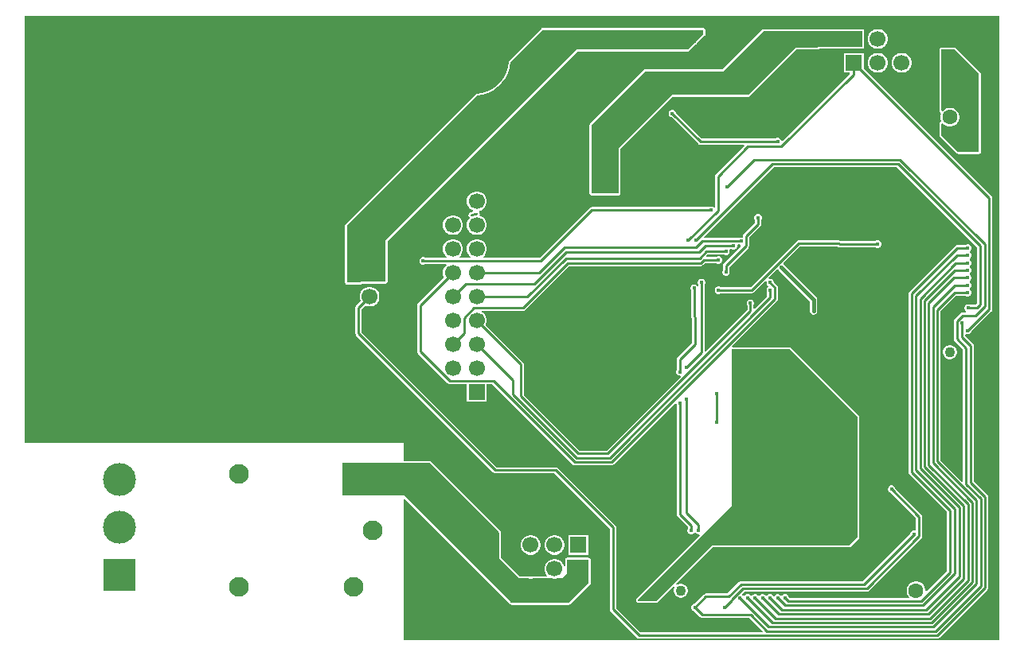
<source format=gbl>
G04*
G04 #@! TF.GenerationSoftware,Altium Limited,Altium Designer,22.0.2 (36)*
G04*
G04 Layer_Physical_Order=2*
G04 Layer_Color=16711680*
%FSLAX44Y44*%
%MOMM*%
G71*
G04*
G04 #@! TF.SameCoordinates,4B74FB3E-7ACF-458F-97AA-83F66C2CEB99*
G04*
G04*
G04 #@! TF.FilePolarity,Positive*
G04*
G01*
G75*
%ADD12C,0.4000*%
%ADD15C,0.2540*%
%ADD77C,0.8000*%
%ADD79C,7.4000*%
%ADD80R,1.7000X1.7000*%
%ADD81C,1.7000*%
%ADD82R,2.1000X2.1000*%
G04:AMPARAMS|DCode=83|XSize=2mm|YSize=1.2mm|CornerRadius=0.36mm|HoleSize=0mm|Usage=FLASHONLY|Rotation=270.000|XOffset=0mm|YOffset=0mm|HoleType=Round|Shape=RoundedRectangle|*
%AMROUNDEDRECTD83*
21,1,2.0000,0.4800,0,0,270.0*
21,1,1.2800,1.2000,0,0,270.0*
1,1,0.7200,-0.2400,-0.6400*
1,1,0.7200,-0.2400,0.6400*
1,1,0.7200,0.2400,0.6400*
1,1,0.7200,0.2400,-0.6400*
%
%ADD83ROUNDEDRECTD83*%
%ADD84C,1.1000*%
%ADD85C,1.6000*%
%ADD86R,3.5000X3.5000*%
%ADD87C,3.5000*%
%ADD88C,2.1000*%
%ADD89R,1.7000X1.7000*%
%ADD90C,0.4000*%
G36*
X507000Y116000D02*
Y88000D01*
X528000Y67000D01*
X537760D01*
X538818Y66717D01*
X541582D01*
X542640Y67000D01*
X563160D01*
X564218Y66717D01*
X566982D01*
X568040Y67000D01*
X574000D01*
X579000Y72000D01*
Y87000D01*
X602000D01*
Y62000D01*
X581000Y41000D01*
X520000D01*
X406000Y155000D01*
X340000D01*
Y190000D01*
X433000D01*
X507000Y116000D01*
D02*
G37*
G36*
X1039000Y1000D02*
X405000D01*
Y151320D01*
X406270Y151846D01*
X518558Y39558D01*
X519220Y39116D01*
X520000Y38961D01*
X581000D01*
X581000Y38961D01*
X581780Y39116D01*
X582442Y39558D01*
X582442Y39558D01*
X603442Y60558D01*
X603884Y61220D01*
X604039Y62000D01*
Y87000D01*
X603884Y87780D01*
X603442Y88442D01*
X602780Y88884D01*
X602000Y89039D01*
X579000D01*
X578220Y88884D01*
X577558Y88442D01*
X577116Y87780D01*
X576961Y87000D01*
Y80293D01*
X575691Y80126D01*
X575384Y81270D01*
X574002Y83664D01*
X572047Y85619D01*
X569653Y87001D01*
X566982Y87717D01*
X564218D01*
X561547Y87001D01*
X559153Y85619D01*
X557198Y83664D01*
X555816Y81270D01*
X555100Y78599D01*
Y75834D01*
X555816Y73164D01*
X557198Y70770D01*
X557755Y70212D01*
X557269Y69039D01*
X542640D01*
X542378Y68987D01*
X542112Y68970D01*
X541606Y68834D01*
X538794D01*
X538288Y68970D01*
X538022Y68987D01*
X537760Y69039D01*
X528845D01*
X509039Y88845D01*
Y116000D01*
X508884Y116780D01*
X508442Y117442D01*
X434442Y191442D01*
X433780Y191884D01*
X433000Y192039D01*
X405000D01*
Y211000D01*
X2000D01*
Y666000D01*
X1039000D01*
Y1000D01*
D02*
G37*
%LPC*%
G36*
X885382Y651900D02*
X882618D01*
X882471Y651861D01*
X787822D01*
X787822Y651861D01*
X787041Y651706D01*
X786380Y651264D01*
X786380Y651264D01*
X744155Y609039D01*
X662000D01*
X662000Y609039D01*
X661220Y608884D01*
X660558Y608442D01*
X660558Y608442D01*
X603558Y551442D01*
X603116Y550780D01*
X602961Y550000D01*
Y477000D01*
X603116Y476220D01*
X603558Y475558D01*
X604220Y475116D01*
X605000Y474961D01*
X634000D01*
X634780Y475116D01*
X635442Y475558D01*
X635884Y476220D01*
X636039Y477000D01*
Y524155D01*
X691845Y579961D01*
X772000D01*
X772780Y580116D01*
X773442Y580558D01*
X822845Y629961D01*
X844340D01*
X844537Y630000D01*
X844737D01*
X844923Y630077D01*
X845120Y630116D01*
X845287Y630228D01*
X845473Y630304D01*
X846135Y630747D01*
X847101Y630939D01*
X882471D01*
X882618Y630900D01*
X885382D01*
X885528Y630939D01*
X893000D01*
X893780Y631094D01*
X894442Y631536D01*
X894884Y632198D01*
X895039Y632978D01*
Y649822D01*
X894884Y650602D01*
X894442Y651264D01*
X893780Y651706D01*
X893000Y651861D01*
X885528D01*
X885382Y651900D01*
D02*
G37*
G36*
X910782D02*
X908018D01*
X905347Y651184D01*
X902953Y649802D01*
X900998Y647847D01*
X899615Y645453D01*
X898900Y642782D01*
Y640018D01*
X899615Y637347D01*
X900998Y634953D01*
X902953Y632998D01*
X905347Y631616D01*
X908018Y630900D01*
X910782D01*
X913453Y631616D01*
X915847Y632998D01*
X917802Y634953D01*
X919184Y637347D01*
X919900Y640018D01*
Y642782D01*
X919184Y645453D01*
X917802Y647847D01*
X915847Y649802D01*
X913453Y651184D01*
X910782Y651900D01*
D02*
G37*
G36*
X724000Y653039D02*
X553000D01*
X552220Y652884D01*
X551558Y652442D01*
X551558Y652442D01*
X517558Y618442D01*
X517116Y617780D01*
X517039Y617394D01*
X516986Y617250D01*
X516051Y611345D01*
X514253Y605812D01*
X511612Y600628D01*
X508192Y595922D01*
X504078Y591808D01*
X499372Y588388D01*
X494188Y585747D01*
X488655Y583949D01*
X482750Y583014D01*
X482606Y582961D01*
X482220Y582884D01*
X481558Y582442D01*
X481558Y582442D01*
X343558Y444442D01*
X343116Y443780D01*
X342961Y443000D01*
Y382000D01*
X343116Y381220D01*
X343558Y380558D01*
X344220Y380116D01*
X345000Y379961D01*
X359000D01*
X359000Y379961D01*
X359780Y380116D01*
X360442Y380558D01*
X360442Y380558D01*
X360845Y380961D01*
X386000D01*
X386780Y381116D01*
X387442Y381558D01*
X387884Y382220D01*
X388039Y383000D01*
Y426155D01*
X589845Y627961D01*
X707404D01*
X707404Y627961D01*
X708184Y628116D01*
X708846Y628558D01*
X716087Y635799D01*
X716755Y636245D01*
X717201Y636913D01*
X725442Y645154D01*
X725884Y645816D01*
X726039Y646596D01*
Y651000D01*
X725884Y651780D01*
X725442Y652442D01*
X724780Y652884D01*
X724000Y653039D01*
D02*
G37*
G36*
X936182Y626500D02*
X933418D01*
X930747Y625784D01*
X928353Y624402D01*
X926398Y622447D01*
X925015Y620053D01*
X924300Y617382D01*
Y614618D01*
X925015Y611947D01*
X926398Y609553D01*
X928353Y607598D01*
X930747Y606216D01*
X933418Y605500D01*
X936182D01*
X938853Y606216D01*
X941247Y607598D01*
X943202Y609553D01*
X944584Y611947D01*
X945300Y614618D01*
Y617382D01*
X944584Y620053D01*
X943202Y622447D01*
X941247Y624402D01*
X938853Y625784D01*
X936182Y626500D01*
D02*
G37*
G36*
X910782D02*
X908018D01*
X905347Y625784D01*
X902953Y624402D01*
X900998Y622447D01*
X899615Y620053D01*
X898900Y617382D01*
Y614618D01*
X899615Y611947D01*
X900998Y609553D01*
X902953Y607598D01*
X905347Y606216D01*
X908018Y605500D01*
X910782D01*
X913453Y606216D01*
X915847Y607598D01*
X917802Y609553D01*
X919184Y611947D01*
X919900Y614618D01*
Y617382D01*
X919184Y620053D01*
X917802Y622447D01*
X915847Y624402D01*
X913453Y625784D01*
X910782Y626500D01*
D02*
G37*
G36*
X894500D02*
X873500D01*
Y605500D01*
X879299D01*
X879825Y604230D01*
X808173Y532578D01*
X806881Y533082D01*
X806391Y534266D01*
X805266Y535391D01*
X803796Y536000D01*
X802204D01*
X800734Y535391D01*
X800677Y535334D01*
X722381D01*
X695000Y562715D01*
Y562796D01*
X694391Y564266D01*
X693266Y565391D01*
X691796Y566000D01*
X690204D01*
X688734Y565391D01*
X687609Y564266D01*
X687000Y562796D01*
Y561204D01*
X687609Y559734D01*
X688734Y558609D01*
X690204Y558000D01*
X690285D01*
X718643Y529642D01*
X719724Y528920D01*
X721000Y528666D01*
X766871D01*
X767357Y527493D01*
X737437Y497573D01*
X736714Y496491D01*
X736460Y495215D01*
Y461856D01*
X736139Y461679D01*
X735190Y461466D01*
X734266Y462391D01*
X732796Y463000D01*
X731204D01*
X729734Y462391D01*
X729677Y462334D01*
X605303D01*
X604027Y462080D01*
X602945Y461357D01*
X549921Y408334D01*
X489945D01*
X489653Y409604D01*
X491402Y411353D01*
X492784Y413747D01*
X493500Y416418D01*
Y419182D01*
X492784Y421853D01*
X491402Y424247D01*
X489447Y426202D01*
X487053Y427584D01*
X484382Y428300D01*
X481618D01*
X478947Y427584D01*
X476553Y426202D01*
X474598Y424247D01*
X473216Y421853D01*
X472500Y419182D01*
Y416418D01*
X473216Y413747D01*
X474598Y411353D01*
X476347Y409604D01*
X476055Y408334D01*
X464545D01*
X464253Y409604D01*
X466002Y411353D01*
X467384Y413747D01*
X468100Y416418D01*
Y419182D01*
X467384Y421853D01*
X466002Y424247D01*
X464047Y426202D01*
X461653Y427584D01*
X458982Y428300D01*
X456218D01*
X453547Y427584D01*
X451153Y426202D01*
X449198Y424247D01*
X447816Y421853D01*
X447100Y419182D01*
Y416418D01*
X447816Y413747D01*
X449198Y411353D01*
X450947Y409604D01*
X450655Y408334D01*
X428323D01*
X428266Y408391D01*
X426796Y409000D01*
X425204D01*
X423734Y408391D01*
X422609Y407266D01*
X422000Y405796D01*
Y404204D01*
X422609Y402734D01*
X423734Y401609D01*
X425204Y401000D01*
X426796D01*
X428266Y401609D01*
X428323Y401666D01*
X450221D01*
X450747Y400396D01*
X449198Y398847D01*
X447816Y396453D01*
X447100Y393782D01*
Y391018D01*
X447816Y388347D01*
X448188Y387703D01*
X420643Y360158D01*
X419920Y359076D01*
X419666Y357800D01*
Y308755D01*
X419920Y307479D01*
X420643Y306397D01*
X452227Y274813D01*
X453309Y274090D01*
X454585Y273836D01*
X472500D01*
Y254900D01*
X493500D01*
Y273836D01*
X499449D01*
X584853Y188432D01*
X585934Y187710D01*
X587210Y187456D01*
X626210D01*
X627486Y187710D01*
X628568Y188432D01*
X693730Y253594D01*
X695000Y253204D01*
X695609Y251734D01*
X695666Y251677D01*
Y135349D01*
X695920Y134073D01*
X696643Y132991D01*
X707387Y122247D01*
Y119729D01*
X707000Y118796D01*
Y117204D01*
X707609Y115734D01*
X708734Y114609D01*
X710204Y114000D01*
X711796D01*
X713266Y114609D01*
X714280Y115623D01*
X715000Y115683D01*
X715720Y115623D01*
X716734Y114609D01*
X718204Y114000D01*
X719320D01*
X719882Y112766D01*
X652731Y45615D01*
X652289Y44954D01*
X652134Y44173D01*
X652289Y43393D01*
X652289Y43393D01*
X652775Y42220D01*
X652775Y42220D01*
X653217Y41558D01*
X653879Y41116D01*
X654659Y40961D01*
X674000D01*
X674000Y40961D01*
X674780Y41116D01*
X675442Y41558D01*
X675442Y41558D01*
X692591Y58707D01*
X693607Y57927D01*
X693011Y56895D01*
X692500Y54987D01*
Y53013D01*
X693011Y51105D01*
X693998Y49395D01*
X695395Y47998D01*
X697105Y47011D01*
X699013Y46500D01*
X700987D01*
X702895Y47011D01*
X704605Y47998D01*
X706002Y49395D01*
X706989Y51105D01*
X707500Y53013D01*
Y54987D01*
X706989Y56895D01*
X706002Y58605D01*
X704605Y60002D01*
X702895Y60989D01*
X700987Y61500D01*
X699013D01*
X697105Y60989D01*
X696073Y60393D01*
X695293Y61409D01*
X733845Y99961D01*
X879000D01*
X879780Y100116D01*
X880442Y100558D01*
X880442Y100558D01*
X889442Y109558D01*
X889884Y110220D01*
X890039Y111000D01*
Y239000D01*
X890039Y239000D01*
X889884Y239780D01*
X889442Y240442D01*
X817442Y312442D01*
X816780Y312884D01*
X816000Y313039D01*
X754971D01*
X754445Y314309D01*
X802627Y362492D01*
X803350Y363573D01*
X803604Y364849D01*
Y376730D01*
X803350Y378006D01*
X802627Y379087D01*
X799000Y382715D01*
Y382796D01*
X798391Y384266D01*
X797266Y385391D01*
X795796Y386000D01*
X794204D01*
X793955Y385897D01*
X793235Y386973D01*
X802146Y395884D01*
X802576Y395957D01*
X803609Y395734D01*
X803893Y395450D01*
X804116Y395116D01*
X836922Y362311D01*
Y352000D01*
X837000Y351606D01*
Y351204D01*
X837154Y350833D01*
X837232Y350439D01*
X837455Y350105D01*
X837609Y349734D01*
X837893Y349450D01*
X838116Y349116D01*
X838450Y348893D01*
X838734Y348609D01*
X839105Y348455D01*
X839439Y348232D01*
X839833Y348154D01*
X840204Y348000D01*
X840606D01*
X841000Y347922D01*
X841394Y348000D01*
X841796D01*
X842167Y348154D01*
X842561Y348232D01*
X842895Y348455D01*
X843266Y348609D01*
X843550Y348893D01*
X843884Y349116D01*
X844107Y349450D01*
X844391Y349734D01*
X844545Y350105D01*
X844768Y350439D01*
X844846Y350833D01*
X845000Y351204D01*
Y351606D01*
X845078Y352000D01*
Y364000D01*
X845078Y364000D01*
X844768Y365561D01*
X843884Y366884D01*
X843884Y366884D01*
X809884Y400884D01*
X809550Y401107D01*
X809266Y401391D01*
X809043Y402425D01*
X809116Y402854D01*
X826389Y420127D01*
X866951D01*
X867261Y419920D01*
X868537Y419666D01*
X906677D01*
X906734Y419609D01*
X908204Y419000D01*
X909796D01*
X911266Y419609D01*
X912391Y420734D01*
X913000Y422204D01*
Y423796D01*
X912391Y425266D01*
X911266Y426391D01*
X909796Y427000D01*
X908204D01*
X906734Y426391D01*
X906677Y426334D01*
X869662D01*
X869352Y426541D01*
X868076Y426795D01*
X825008D01*
X823732Y426541D01*
X822651Y425818D01*
X774166Y377334D01*
X742323D01*
X742266Y377391D01*
X740796Y378000D01*
X739204D01*
X737734Y377391D01*
X736609Y376266D01*
X736000Y374796D01*
Y373204D01*
X736609Y371734D01*
X737734Y370609D01*
X739204Y370000D01*
X740796D01*
X742266Y370609D01*
X742323Y370666D01*
X775547D01*
X776823Y370920D01*
X777905Y371642D01*
X790027Y383764D01*
X791103Y383045D01*
X791000Y382796D01*
Y381204D01*
X791609Y379734D01*
X792623Y378720D01*
X792683Y378000D01*
X792623Y377280D01*
X791609Y376266D01*
X791000Y374796D01*
Y373204D01*
X791609Y371734D01*
X791666Y371677D01*
Y367381D01*
X778507Y354222D01*
X777334Y354709D01*
Y357677D01*
X777391Y357734D01*
X778000Y359204D01*
Y360796D01*
X777391Y362266D01*
X776266Y363391D01*
X774796Y364000D01*
X773204D01*
X771734Y363391D01*
X770609Y362266D01*
X770000Y360796D01*
Y359204D01*
X770609Y357734D01*
X770666Y357677D01*
Y352802D01*
X726604Y308740D01*
X725334Y309266D01*
Y379677D01*
X725391Y379734D01*
X726000Y381204D01*
Y382796D01*
X725391Y384266D01*
X724266Y385391D01*
X722796Y386000D01*
X721204D01*
X719734Y385391D01*
X718609Y384266D01*
X718000Y382796D01*
Y381204D01*
X718609Y379734D01*
X718634Y379709D01*
X718536Y378780D01*
X717782Y378442D01*
X717321Y378336D01*
X716266Y379391D01*
X714796Y380000D01*
X713204D01*
X711734Y379391D01*
X710609Y378266D01*
X710000Y376796D01*
Y375204D01*
X710609Y373734D01*
X710666Y373677D01*
Y346302D01*
X710920Y345027D01*
X711643Y343945D01*
X711666Y343922D01*
Y317381D01*
X696643Y302358D01*
X695920Y301276D01*
X695666Y300000D01*
Y289323D01*
X695609Y289266D01*
X695000Y287796D01*
Y286204D01*
X695609Y284734D01*
X696734Y283609D01*
X698204Y283000D01*
X699068D01*
X699594Y281730D01*
X621068Y203204D01*
X592352D01*
X590778Y204778D01*
X590778Y204778D01*
X533134Y262422D01*
Y294800D01*
X532880Y296076D01*
X532158Y297157D01*
X492412Y336903D01*
X492784Y337547D01*
X493500Y340218D01*
Y342982D01*
X492784Y345653D01*
X491402Y348047D01*
X489447Y350002D01*
X488367Y350626D01*
X488707Y351896D01*
X532000D01*
X533276Y352150D01*
X534357Y352873D01*
X581064Y399580D01*
X721087D01*
X722362Y399833D01*
X723444Y400556D01*
X725554Y402666D01*
X737677D01*
X737734Y402609D01*
X739204Y402000D01*
X740796D01*
X742266Y402609D01*
X743391Y403734D01*
X744000Y405204D01*
Y406796D01*
X743391Y408266D01*
X742266Y409391D01*
X740796Y410000D01*
X739204D01*
X737734Y409391D01*
X737677Y409334D01*
X727461D01*
X726975Y410507D01*
X728133Y411666D01*
X745677D01*
X745734Y411609D01*
X747204Y411000D01*
X748796D01*
X750266Y411609D01*
X751391Y412734D01*
X752000Y414204D01*
Y415796D01*
X751751Y416396D01*
X752481Y417488D01*
X753734Y417609D01*
X755204Y417000D01*
X756796D01*
X758266Y417609D01*
X759391Y418734D01*
X760000Y420204D01*
Y421796D01*
X760985Y422520D01*
X761734Y422609D01*
X763204Y422000D01*
X763335D01*
X763861Y420730D01*
X745642Y402511D01*
X744920Y401430D01*
X744666Y400154D01*
Y395323D01*
X744609Y395266D01*
X744000Y393796D01*
Y392204D01*
X744609Y390734D01*
X745734Y389609D01*
X747204Y389000D01*
X748796D01*
X750266Y389609D01*
X751391Y390734D01*
X752000Y392204D01*
Y393796D01*
X751391Y395266D01*
X751334Y395323D01*
Y398773D01*
X771628Y419067D01*
X772350Y420148D01*
X772604Y421424D01*
Y430349D01*
X784358Y442103D01*
X785080Y443184D01*
X785334Y444460D01*
Y448677D01*
X785391Y448734D01*
X786000Y450204D01*
Y451796D01*
X785391Y453266D01*
X784266Y454391D01*
X782796Y455000D01*
X781204D01*
X779734Y454391D01*
X778609Y453266D01*
X778000Y451796D01*
Y450204D01*
X778609Y448734D01*
X778666Y448677D01*
Y445841D01*
X766913Y434087D01*
X766190Y433006D01*
X765936Y431730D01*
Y430671D01*
X764880Y429965D01*
X764796Y430000D01*
X763204D01*
X762249Y429604D01*
X724978D01*
X724492Y430777D01*
X798651Y504936D01*
X929809D01*
X1015126Y419619D01*
Y360261D01*
X1013198Y358334D01*
X1007548D01*
X1007491Y358391D01*
X1006021Y359000D01*
X1004430D01*
X1002960Y358391D01*
X1001834Y357266D01*
X1001226Y355796D01*
Y354204D01*
X1001834Y352734D01*
X1002960Y351609D01*
X1002972Y351604D01*
X1002719Y350334D01*
X999547D01*
X998271Y350080D01*
X997190Y349357D01*
X991373Y343540D01*
X990650Y342459D01*
X990396Y341183D01*
Y322000D01*
X990650Y320724D01*
X991373Y319643D01*
X1000027Y310988D01*
Y170649D01*
X998854Y170163D01*
X976024Y192993D01*
Y351530D01*
X992498Y368004D01*
X1002677D01*
X1002734Y367947D01*
X1004204Y367338D01*
X1005796D01*
X1007266Y367947D01*
X1008391Y369072D01*
X1009000Y370542D01*
Y372134D01*
X1008391Y373604D01*
X1007545Y374450D01*
X1007374Y375219D01*
X1007545Y375988D01*
X1008391Y376835D01*
X1009000Y378305D01*
Y379896D01*
X1008391Y381366D01*
X1007266Y382491D01*
Y383795D01*
X1008391Y384921D01*
X1009000Y386391D01*
Y387982D01*
X1008391Y389452D01*
X1007392Y390451D01*
X1007323Y391175D01*
X1007392Y391900D01*
X1008391Y392898D01*
X1009000Y394369D01*
Y395960D01*
X1008391Y397430D01*
X1007697Y398124D01*
X1007404Y398938D01*
X1007697Y399751D01*
X1008391Y400445D01*
X1009000Y401915D01*
Y403507D01*
X1008391Y404977D01*
X1007266Y406102D01*
X1006961Y406228D01*
Y407603D01*
X1007266Y407729D01*
X1008391Y408854D01*
X1009000Y410325D01*
Y411916D01*
X1008391Y413386D01*
X1007621Y414156D01*
X1007392Y414947D01*
X1007621Y415739D01*
X1008391Y416509D01*
X1009000Y417979D01*
Y419570D01*
X1008391Y421040D01*
X1007266Y422166D01*
X1005796Y422775D01*
X1004204D01*
X1002734Y422166D01*
X1002677Y422109D01*
X994047D01*
X992771Y421855D01*
X991689Y421132D01*
X943092Y372535D01*
X942370Y371454D01*
X942116Y370178D01*
Y180329D01*
X942370Y179053D01*
X943092Y177971D01*
X983091Y137973D01*
Y74956D01*
X961270Y53136D01*
X960000Y53662D01*
Y55317D01*
X959318Y57860D01*
X958002Y60140D01*
X956140Y62002D01*
X953860Y63319D01*
X951317Y64000D01*
X948683D01*
X946140Y63319D01*
X943860Y62002D01*
X941998Y60140D01*
X940682Y57860D01*
X940000Y55317D01*
Y52684D01*
X940682Y50140D01*
X941998Y47860D01*
X942621Y47237D01*
X942134Y46064D01*
X815932D01*
X814664Y47333D01*
X814277Y48266D01*
X813152Y49391D01*
X811682Y50000D01*
X810090D01*
X808620Y49391D01*
X807713Y48484D01*
X806962Y48356D01*
X806211Y48484D01*
X805304Y49391D01*
X803834Y50000D01*
X802242D01*
X800772Y49391D01*
X799647Y48266D01*
X798304D01*
X797179Y49391D01*
X795709Y50000D01*
X794117D01*
X792647Y49391D01*
X791642Y48386D01*
X790920Y48320D01*
X790197Y48386D01*
X789192Y49391D01*
X787722Y50000D01*
X786131D01*
X784661Y49391D01*
X783623Y48354D01*
X782910Y48307D01*
X782197Y48354D01*
X781160Y49391D01*
X779689Y50000D01*
X778098D01*
X776628Y49391D01*
X775689Y48452D01*
X774947Y48345D01*
X774205Y48452D01*
X773266Y49391D01*
X771796Y50000D01*
X770204D01*
X768734Y49391D01*
X767720Y48377D01*
X767000Y48317D01*
X766280Y48377D01*
X765266Y49391D01*
X765182Y49426D01*
X764934Y50672D01*
X767297Y53035D01*
X897821D01*
X899097Y53288D01*
X900179Y54011D01*
X955628Y109460D01*
X956350Y110541D01*
X956604Y111817D01*
Y132730D01*
X956350Y134006D01*
X955628Y135087D01*
X928000Y162715D01*
Y162796D01*
X927391Y164266D01*
X926266Y165391D01*
X924796Y166000D01*
X923204D01*
X921734Y165391D01*
X920609Y164266D01*
X920000Y162796D01*
Y161204D01*
X920609Y159734D01*
X921734Y158609D01*
X923204Y158000D01*
X923285D01*
X949936Y131349D01*
Y118671D01*
X948880Y117965D01*
X948796Y118000D01*
X947204D01*
X945734Y117391D01*
X944609Y116266D01*
X944000Y114796D01*
Y114715D01*
X893528Y64243D01*
X764035D01*
X762759Y63989D01*
X761678Y63266D01*
X749365Y50953D01*
X726460D01*
X725184Y50699D01*
X724102Y49977D01*
X714126Y40000D01*
X714045D01*
X712575Y39391D01*
X711450Y38266D01*
X710841Y36796D01*
Y35204D01*
X711450Y33734D01*
X712575Y32609D01*
X714045Y32000D01*
X714126D01*
X720483Y25642D01*
X721565Y24920D01*
X722841Y24666D01*
X773198D01*
X786947Y10917D01*
X786461Y9744D01*
X656971D01*
X631334Y35381D01*
Y121110D01*
X631080Y122386D01*
X630358Y123468D01*
X569357Y184468D01*
X568276Y185190D01*
X567000Y185444D01*
X504271D01*
X360564Y329151D01*
Y353849D01*
X364303Y357588D01*
X364947Y357216D01*
X367618Y356500D01*
X370382D01*
X373053Y357216D01*
X375447Y358598D01*
X377402Y360553D01*
X378784Y362947D01*
X379500Y365618D01*
Y368382D01*
X378784Y371053D01*
X377402Y373447D01*
X375447Y375402D01*
X373053Y376784D01*
X370382Y377500D01*
X367618D01*
X364947Y376784D01*
X362553Y375402D01*
X360598Y373447D01*
X359216Y371053D01*
X358500Y368382D01*
Y365618D01*
X359216Y362947D01*
X359588Y362303D01*
X354873Y357588D01*
X354150Y356506D01*
X353896Y355230D01*
Y327770D01*
X354150Y326494D01*
X354873Y325412D01*
X500532Y179753D01*
X501614Y179030D01*
X502890Y178776D01*
X565619D01*
X624666Y119729D01*
Y34000D01*
X624920Y32724D01*
X625643Y31642D01*
X653232Y4053D01*
X654314Y3330D01*
X655590Y3076D01*
X972513D01*
X973789Y3330D01*
X974870Y4053D01*
X1025721Y54904D01*
X1026444Y55985D01*
X1026698Y57261D01*
Y153779D01*
X1026444Y155055D01*
X1025721Y156137D01*
X1011906Y169952D01*
Y314429D01*
X1011652Y315704D01*
X1010929Y316786D01*
X1002370Y325345D01*
X1002452Y326602D01*
X1003604Y327323D01*
X1004383Y327000D01*
X1005974D01*
X1007445Y327609D01*
X1008570Y328734D01*
X1009179Y330204D01*
Y330285D01*
X1029898Y351004D01*
X1030620Y352085D01*
X1030874Y353361D01*
Y472460D01*
X1030620Y473736D01*
X1029898Y474817D01*
X894500Y610215D01*
Y626500D01*
D02*
G37*
G36*
X991000Y632039D02*
X977000D01*
X976220Y631884D01*
X975558Y631442D01*
X975116Y630780D01*
X974961Y630000D01*
Y564797D01*
X974981Y564697D01*
X974971Y564596D01*
X975058Y564310D01*
X975116Y564016D01*
X975173Y563932D01*
X975202Y563835D01*
X975392Y563604D01*
X975558Y563355D01*
X975642Y563298D01*
X975707Y563220D01*
X975931Y563100D01*
X976221Y562910D01*
X976656Y561763D01*
X976000Y559317D01*
Y556684D01*
X976656Y554236D01*
X976221Y553090D01*
X975931Y552900D01*
X975707Y552780D01*
X975643Y552702D01*
X975558Y552645D01*
X975392Y552397D01*
X975202Y552165D01*
X975173Y552068D01*
X975116Y551984D01*
X975058Y551690D01*
X974971Y551404D01*
X974981Y551303D01*
X974961Y551203D01*
Y539000D01*
X975116Y538220D01*
X975558Y537558D01*
X975558Y537558D01*
X993558Y519558D01*
X994220Y519116D01*
X995000Y518961D01*
X1017000D01*
X1017780Y519116D01*
X1018442Y519558D01*
X1018884Y520220D01*
X1019039Y521000D01*
Y604000D01*
X1018884Y604780D01*
X1018442Y605442D01*
X992442Y631442D01*
X991780Y631884D01*
X991000Y632039D01*
D02*
G37*
G36*
X484382Y479100D02*
X481618D01*
X478947Y478384D01*
X476553Y477002D01*
X474598Y475047D01*
X473216Y472653D01*
X472500Y469982D01*
Y467218D01*
X473216Y464547D01*
X474598Y462153D01*
X476553Y460198D01*
X478721Y458946D01*
X478779Y458185D01*
X478621Y457588D01*
X477217Y457162D01*
X477148Y457126D01*
X476022Y456545D01*
X475188Y455988D01*
X475070Y455811D01*
X474466Y454906D01*
X474212Y453630D01*
X474466Y452354D01*
X475188Y451273D01*
X475281Y450330D01*
X474598Y449647D01*
X473216Y447253D01*
X472500Y444582D01*
Y441818D01*
X473216Y439147D01*
X474598Y436753D01*
X476553Y434798D01*
X478947Y433416D01*
X481618Y432700D01*
X484382D01*
X487053Y433416D01*
X489447Y434798D01*
X491402Y436753D01*
X492784Y439147D01*
X493500Y441818D01*
Y444582D01*
X492784Y447253D01*
X491402Y449647D01*
X489447Y451602D01*
X487053Y452984D01*
X486128Y453232D01*
X485955Y453694D01*
X486208Y454969D01*
X485955Y456245D01*
X485410Y457061D01*
X485603Y458086D01*
X485794Y458478D01*
X487053Y458816D01*
X489447Y460198D01*
X491402Y462153D01*
X492784Y464547D01*
X493500Y467218D01*
Y469982D01*
X492784Y472653D01*
X491402Y475047D01*
X489447Y477002D01*
X487053Y478384D01*
X484382Y479100D01*
D02*
G37*
G36*
X458982Y453700D02*
X456218D01*
X453547Y452984D01*
X451153Y451602D01*
X449198Y449647D01*
X447816Y447253D01*
X447100Y444582D01*
Y441818D01*
X447816Y439147D01*
X449198Y436753D01*
X451153Y434798D01*
X453547Y433416D01*
X456218Y432700D01*
X458982D01*
X461653Y433416D01*
X464047Y434798D01*
X466002Y436753D01*
X467384Y439147D01*
X468100Y441818D01*
Y444582D01*
X467384Y447253D01*
X466002Y449647D01*
X464047Y451602D01*
X461653Y452984D01*
X458982Y453700D01*
D02*
G37*
G36*
X986987Y315500D02*
X985013D01*
X983105Y314989D01*
X981395Y314002D01*
X979998Y312605D01*
X979011Y310895D01*
X978500Y308987D01*
Y307013D01*
X979011Y305105D01*
X979998Y303395D01*
X981395Y301999D01*
X983105Y301011D01*
X985013Y300500D01*
X986987D01*
X988895Y301011D01*
X990605Y301999D01*
X992001Y303395D01*
X992989Y305105D01*
X993500Y307013D01*
Y308987D01*
X992989Y310895D01*
X992001Y312605D01*
X990605Y314002D01*
X988895Y314989D01*
X986987Y315500D01*
D02*
G37*
G36*
X601500Y113117D02*
X580500D01*
Y92117D01*
X601500D01*
Y113117D01*
D02*
G37*
G36*
X566982D02*
X564218D01*
X561547Y112401D01*
X559153Y111019D01*
X557198Y109064D01*
X555816Y106670D01*
X555100Y103999D01*
Y101234D01*
X555816Y98564D01*
X557198Y96170D01*
X559153Y94215D01*
X561547Y92832D01*
X564218Y92117D01*
X566982D01*
X569653Y92832D01*
X572047Y94215D01*
X574002Y96170D01*
X575384Y98564D01*
X576100Y101234D01*
Y103999D01*
X575384Y106670D01*
X574002Y109064D01*
X572047Y111019D01*
X569653Y112401D01*
X566982Y113117D01*
D02*
G37*
G36*
X541582D02*
X538818D01*
X536147Y112401D01*
X533753Y111019D01*
X531798Y109064D01*
X530416Y106670D01*
X529700Y103999D01*
Y101234D01*
X530416Y98564D01*
X531798Y96170D01*
X533753Y94215D01*
X536147Y92832D01*
X538818Y92117D01*
X541582D01*
X544253Y92832D01*
X546647Y94215D01*
X548602Y96170D01*
X549984Y98564D01*
X550700Y101234D01*
Y103999D01*
X549984Y106670D01*
X548602Y109064D01*
X546647Y111019D01*
X544253Y112401D01*
X541582Y113117D01*
D02*
G37*
%LPD*%
G36*
X893000Y632978D02*
X846900D01*
X846900Y632978D01*
X845598Y632719D01*
X845339Y632668D01*
X844340Y632000D01*
X822000D01*
X772000Y582000D01*
X691000D01*
X634000Y525000D01*
Y477000D01*
X605000D01*
Y550000D01*
X662000Y607000D01*
X745000D01*
X787822Y649822D01*
X893000D01*
Y632978D01*
D02*
G37*
G36*
X724000Y646596D02*
X707404Y630000D01*
X589000D01*
X386000Y427000D01*
Y383000D01*
X360000D01*
X359000Y382000D01*
X345000D01*
Y443000D01*
X483000Y581000D01*
X483069D01*
X489132Y581960D01*
X494971Y583857D01*
X500440Y586644D01*
X505407Y590252D01*
X509748Y594593D01*
X513356Y599560D01*
X516143Y605029D01*
X518040Y610868D01*
X519000Y616931D01*
Y617000D01*
X553000Y651000D01*
X724000D01*
Y646596D01*
D02*
G37*
G36*
X888000Y239000D02*
Y111000D01*
X879000Y102000D01*
X733000D01*
X674000Y43000D01*
X654659D01*
X654173Y44173D01*
X754000Y144000D01*
Y311000D01*
X816000D01*
X888000Y239000D01*
D02*
G37*
G36*
X1017000Y604000D02*
Y521000D01*
X995000D01*
X977000Y539000D01*
Y551203D01*
X978270Y551588D01*
X979860Y549998D01*
X982140Y548681D01*
X984684Y548000D01*
X987317D01*
X989860Y548681D01*
X992140Y549998D01*
X994002Y551860D01*
X995319Y554140D01*
X996000Y556684D01*
Y559317D01*
X995319Y561860D01*
X994002Y564140D01*
X992140Y566002D01*
X989860Y567318D01*
X987317Y568000D01*
X984684D01*
X982140Y567318D01*
X979860Y566002D01*
X978270Y564412D01*
X977000Y564797D01*
Y630000D01*
X991000D01*
X1017000Y604000D01*
D02*
G37*
D12*
X922300Y653900D02*
X934800Y641400D01*
X846900Y628900D02*
X922300D01*
X737072Y653900D02*
X922300D01*
Y628900D02*
X934800Y641400D01*
X837000Y619000D02*
X846900Y628900D01*
X834000Y594000D02*
X837000Y597000D01*
Y619000D01*
X701329Y618157D02*
X737072Y653900D01*
X826000Y594000D02*
X834000D01*
X925000Y496000D02*
X930000Y491000D01*
Y486000D02*
Y491000D01*
Y486000D02*
X961000Y455000D01*
X964000D01*
X849094D02*
X961000D01*
X841000Y336000D02*
X895500Y390500D01*
X793000Y406000D02*
X885000Y498000D01*
X800094Y406000D02*
X849094Y455000D01*
X793000Y406000D02*
X800094D01*
X774000Y387000D02*
X793000Y406000D01*
X841000Y299000D02*
Y336000D01*
X728243Y391000D02*
X732243Y387000D01*
X774000D01*
X710000Y391000D02*
X728243D01*
X693000Y374000D02*
X710000Y391000D01*
X457600Y468600D02*
X607157Y618157D01*
X701329D01*
X457600Y468600D02*
X457600D01*
X413300Y424300D02*
X457600Y468600D01*
X623000Y374000D02*
X693000D01*
X458100Y250900D02*
Y264900D01*
X457600Y265400D02*
X458100Y264900D01*
Y250900D02*
X493000Y216000D01*
X413300Y385900D02*
Y424300D01*
X369000Y341600D02*
X413300Y385900D01*
X283000Y364000D02*
Y646750D01*
Y364000D02*
X443000Y204000D01*
Y195000D02*
Y204000D01*
X807000Y398000D02*
X841000Y364000D01*
Y352000D02*
Y364000D01*
D15*
X482874Y454969D02*
G03*
X477546Y453630I126J-11769D01*
G01*
X691000Y562000D02*
X721000Y532000D01*
X803000D01*
X502890Y182110D02*
X567000D01*
X628000Y34000D02*
X655590Y6410D01*
X972513D01*
X628000Y34000D02*
Y121110D01*
X567000Y182110D02*
X628000Y121110D01*
X868537Y423000D02*
X909000D01*
X825008Y423461D02*
X868076D01*
X868537Y423000D01*
X716000Y427000D02*
X797270Y508270D01*
X931190D02*
X1018460Y421000D01*
X933071Y512810D02*
X1023000Y422881D01*
X797270Y508270D02*
X931190D01*
X749000Y484000D02*
X777810Y512810D01*
X933071D01*
X706000Y292000D02*
X722000Y308000D01*
Y382000D01*
X714000Y346302D02*
Y376000D01*
X715000Y316000D02*
Y345303D01*
X714000Y346302D02*
X715000Y345303D01*
X782000Y444460D02*
Y451000D01*
X769270Y431730D02*
X782000Y444460D01*
X748000Y393000D02*
Y400154D01*
X769270Y421424D01*
Y431730D01*
X479985Y355230D02*
X532000D01*
X721087Y402914D02*
X724173Y406000D01*
X532000Y355230D02*
X579683Y402914D01*
X577914Y408124D02*
X719876D01*
X483000Y367000D02*
X536791D01*
X577914Y408124D01*
X579683Y402914D02*
X721087D01*
X719876Y408124D02*
X726752Y415000D01*
X471230Y380630D02*
X544000D01*
X719666Y414334D02*
X726332Y421000D01*
X544000Y380630D02*
X577704Y414334D01*
X719666D01*
X483000Y392400D02*
X549000D01*
X576374Y419774D01*
X716227D01*
X722723Y426270D01*
X775547Y374000D02*
X825008Y423461D01*
X740000Y374000D02*
X775547D01*
X357230Y327770D02*
X502890Y182110D01*
X357230Y327770D02*
Y355230D01*
X369000Y367000D01*
X605303Y459000D02*
X732000D01*
X551302Y405000D02*
X605303Y459000D01*
X1014579Y355000D02*
X1018460Y358881D01*
X1005226Y355000D02*
X1014579D01*
X999547Y347000D02*
X1013000D01*
X1023000Y357000D01*
X1003361Y167361D02*
X1018824Y151899D01*
X993730Y322000D02*
Y341183D01*
X1003361Y167361D02*
Y312369D01*
X993730Y322000D02*
X1003361Y312369D01*
X999000Y324000D02*
Y339000D01*
X1008571Y168571D02*
X1023364Y153779D01*
X999000Y324000D02*
X1008571Y314429D01*
Y168571D02*
Y314429D01*
X1005179Y331000D02*
X1027540Y353361D01*
X884000Y616000D02*
X1027540Y472460D01*
X1023000Y357000D02*
Y422881D01*
X739794Y458794D02*
Y495215D01*
X708000Y427000D02*
X739794Y458794D01*
X1027540Y353361D02*
Y472460D01*
X993730Y341183D02*
X999547Y347000D01*
X771310Y526730D02*
X807040D01*
X739794Y495215D02*
X771310Y526730D01*
X884000Y603690D02*
Y616000D01*
X807040Y526730D02*
X884000Y603690D01*
X1018460Y358881D02*
Y421000D01*
X1014284Y61022D02*
Y150018D01*
X1009744Y62903D02*
Y148138D01*
X959070Y185970D02*
Y362925D01*
X968150Y189731D02*
X1009744Y148138D01*
X972690Y191612D02*
X1014284Y150018D01*
X1000664Y66664D02*
Y144376D01*
X953270Y111817D02*
Y132730D01*
X996124Y69000D02*
Y142496D01*
X954530Y184090D02*
X996124Y142496D01*
X986425Y73575D02*
Y139354D01*
X963610Y187851D02*
Y360000D01*
X897821Y56368D02*
X953270Y111817D01*
X963610Y187851D02*
X1005204Y146257D01*
Y64783D02*
Y146257D01*
X1018824Y59142D02*
Y151899D01*
X945450Y180329D02*
X986425Y139354D01*
X959070Y185970D02*
X1000664Y144376D01*
X949990Y182209D02*
Y367680D01*
Y182209D02*
X991584Y140616D01*
Y72314D02*
Y140616D01*
X954530Y184090D02*
Y364805D01*
X924000Y162000D02*
X953270Y132730D01*
X968150Y189731D02*
Y355844D01*
X972690Y191612D02*
Y352911D01*
X945450Y180329D02*
Y370178D01*
X955580Y42730D02*
X986425Y73575D01*
X945450Y370178D02*
X994047Y418775D01*
X814551Y42730D02*
X955580D01*
X774579Y28000D02*
X791629Y10950D01*
X970632D01*
X722841Y28000D02*
X774579D01*
X970632Y10950D02*
X1018824Y59142D01*
X968752Y15490D02*
X1014284Y61022D01*
X963110Y29110D02*
X1000664Y66664D01*
X957460Y38190D02*
X991584Y72314D01*
X960774Y33650D02*
X996124Y69000D01*
X964991Y24570D02*
X1005204Y64783D01*
X966871Y20030D02*
X1009744Y62903D01*
X793510Y15490D02*
X968752D01*
X810848Y38190D02*
X957460D01*
X796970Y20030D02*
X966871D01*
X803817Y29110D02*
X963110D01*
X800324Y24570D02*
X964991D01*
X807263Y33650D02*
X960774D01*
X764035Y60908D02*
X894909D01*
X810886Y46000D02*
X811281D01*
X765916Y56368D02*
X897821D01*
X794913Y46000D02*
X807263Y33650D01*
X811281Y46000D02*
X814551Y42730D01*
X753827Y44279D02*
X765916Y56368D01*
X894909Y60908D02*
X948000Y114000D01*
X778894Y46000D02*
X800324Y24570D01*
X803038Y46000D02*
X810848Y38190D01*
X750746Y47619D02*
X764035Y60908D01*
X763000Y46000D02*
X793510Y15490D01*
X771000Y46000D02*
X796970Y20030D01*
X786926Y46000D02*
X803817Y29110D01*
X714841Y36000D02*
X722841Y28000D01*
X753827Y43270D02*
Y44279D01*
X746557Y36000D02*
X753827Y43270D01*
X726460Y47619D02*
X750746D01*
X719000Y118000D02*
Y124000D01*
X706000Y137000D02*
X719000Y124000D01*
X699000Y135349D02*
X710721Y123628D01*
Y118279D02*
Y123628D01*
Y118279D02*
X711000Y118000D01*
X699000Y135349D02*
Y254000D01*
X706000Y137000D02*
Y258000D01*
X699000Y287000D02*
Y300000D01*
X715000Y316000D01*
X724173Y406000D02*
X740000D01*
X726752Y415000D02*
X748000D01*
X726332Y421000D02*
X756000D01*
X722723Y426270D02*
X763730D01*
X426000Y405000D02*
X551302D01*
X763730Y426270D02*
X764000Y426000D01*
X457600Y367000D02*
X471230Y380630D01*
X469370Y344615D02*
X479985Y355230D01*
X469370Y327970D02*
Y344615D01*
X457600Y316200D02*
X469370Y327970D01*
X990796Y387186D02*
X1005000D01*
X972690Y352911D02*
X991117Y371338D01*
X963610Y360000D02*
X990796Y387186D01*
X949990Y367680D02*
X993430Y411120D01*
X991406Y379100D02*
X1005000D01*
X968150Y355844D02*
X991406Y379100D01*
X954530Y364805D02*
X992436Y402711D01*
X1005000D01*
X993430Y411120D02*
X1005000D01*
X959070Y362925D02*
X991309Y395164D01*
X994047Y418775D02*
X1005000D01*
X991309Y395164D02*
X1005000D01*
X991117Y371338D02*
X1005000D01*
X774000Y351421D02*
Y360000D01*
X622449Y199870D02*
X774000Y351421D01*
X590971Y199870D02*
X622449D01*
X626210Y190790D02*
X800270Y364849D01*
X795000Y366000D02*
Y374000D01*
X587210Y190790D02*
X626210D01*
X800270Y364849D02*
Y376730D01*
X624330Y195330D02*
X795000Y366000D01*
X589091Y195330D02*
X624330D01*
X529800Y261041D02*
X588420Y202421D01*
X588420D01*
X590971Y199870D01*
X529800Y261041D02*
Y294800D01*
X483000Y341600D02*
X529800Y294800D01*
X521210Y263210D02*
X589091Y195330D01*
X483000Y316200D02*
X521210Y277990D01*
Y263210D02*
Y277990D01*
X500830Y277170D02*
X587210Y190790D01*
X454585Y277170D02*
X500830D01*
X423000Y357800D02*
X457600Y392400D01*
X423000Y308755D02*
Y357800D01*
Y308755D02*
X454585Y277170D01*
X795000Y382000D02*
X800270Y376730D01*
X738000Y233000D02*
Y264000D01*
X1023364Y57261D02*
Y153779D01*
X972513Y6410D02*
X1023364Y57261D01*
X714841Y36000D02*
X726460Y47619D01*
D77*
X566571Y640571D02*
X712429D01*
X369000Y443000D02*
X566571Y640571D01*
X369000Y392400D02*
Y443000D01*
X997000Y601000D02*
X1002000Y596000D01*
X989000Y608000D02*
X990000D01*
X997000Y601000D01*
X1002000Y530000D02*
Y596000D01*
X806400Y641400D02*
X884000D01*
X762000Y597000D02*
X806400Y641400D01*
X864000Y128000D02*
X872000Y120000D01*
X759000Y306000D02*
X810000D01*
X864000Y252000D01*
Y128000D02*
Y252000D01*
X678686Y597000D02*
X762000D01*
X611000Y529314D02*
X678686Y597000D01*
X611000Y483000D02*
Y529314D01*
X591000Y77217D02*
X591085D01*
X576500Y62717D02*
X591000Y77217D01*
X352000Y178000D02*
X432000D01*
X476000Y134000D01*
Y108608D02*
X521892Y62717D01*
X476000Y108608D02*
Y134000D01*
X521892Y62717D02*
X576500D01*
X834000Y594000D02*
X837000Y591000D01*
Y571000D02*
Y591000D01*
D79*
X600000Y270000D02*
D03*
X480000Y620000D02*
D03*
X70000Y260000D02*
D03*
D80*
X483000Y265400D02*
D03*
X369000Y392400D02*
D03*
D81*
X884000Y641400D02*
D03*
X591000Y77217D02*
D03*
X934800Y641400D02*
D03*
X457600Y468600D02*
D03*
Y265400D02*
D03*
X540200Y77217D02*
D03*
X369000Y341600D02*
D03*
X457600Y443200D02*
D03*
Y417800D02*
D03*
Y392400D02*
D03*
Y367000D02*
D03*
Y341600D02*
D03*
Y316200D02*
D03*
X483000Y468600D02*
D03*
Y443200D02*
D03*
Y417800D02*
D03*
Y392400D02*
D03*
Y367000D02*
D03*
Y341600D02*
D03*
Y316200D02*
D03*
Y290800D02*
D03*
X457600D02*
D03*
X909400Y616000D02*
D03*
X934800D02*
D03*
X909400Y641400D02*
D03*
X369000Y367000D02*
D03*
X565600Y102617D02*
D03*
X540200D02*
D03*
X565600Y77217D02*
D03*
D82*
X352000Y178000D02*
D03*
D83*
X283000Y646750D02*
D03*
X217000D02*
D03*
D84*
X986000Y308000D02*
D03*
X700000Y54000D02*
D03*
D85*
X986000Y558000D02*
D03*
X950000Y54000D02*
D03*
D86*
X103000Y71000D02*
D03*
D87*
Y121800D02*
D03*
Y172600D02*
D03*
D88*
X352000Y58000D02*
D03*
X230000Y178000D02*
D03*
Y58000D02*
D03*
X372000Y118000D02*
D03*
D89*
X884000Y616000D02*
D03*
X591000Y102617D02*
D03*
D90*
X712429Y640571D02*
D03*
X997000Y601000D02*
D03*
X1002000Y530000D02*
D03*
X989000Y608000D02*
D03*
X872000Y120000D02*
D03*
X864000Y252000D02*
D03*
X759000Y306000D02*
D03*
X611000Y483000D02*
D03*
X665000Y51000D02*
D03*
X837000Y619000D02*
D03*
X826000Y594000D02*
D03*
X837000Y571000D02*
D03*
X925000Y496000D02*
D03*
X964000Y455000D02*
D03*
X895500Y390500D02*
D03*
X885000Y498000D02*
D03*
X793000Y406000D02*
D03*
X710000Y391000D02*
D03*
X841000Y299000D02*
D03*
X623000Y374000D02*
D03*
X493000Y216000D02*
D03*
X443000Y195000D02*
D03*
Y204000D02*
D03*
X691000Y562000D02*
D03*
X909000Y423000D02*
D03*
X722000Y382000D02*
D03*
X714000Y376000D02*
D03*
X807000Y398000D02*
D03*
X841000Y352000D02*
D03*
X749000Y484000D02*
D03*
X803000Y532000D02*
D03*
X782000Y451000D02*
D03*
X748000Y393000D02*
D03*
X711000Y118000D02*
D03*
X719000Y118000D02*
D03*
X699000Y254000D02*
D03*
X706000Y258000D02*
D03*
X699000Y287000D02*
D03*
X706000Y292000D02*
D03*
X716000Y427000D02*
D03*
X740000Y374000D02*
D03*
X426000Y405000D02*
D03*
X732000Y459000D02*
D03*
X748000Y415000D02*
D03*
X740000Y406000D02*
D03*
X756000Y421000D02*
D03*
X764000Y426000D02*
D03*
X999000Y339000D02*
D03*
X708000Y427000D02*
D03*
X774000Y360000D02*
D03*
X795000Y374000D02*
D03*
Y382000D02*
D03*
X738000Y233000D02*
D03*
Y264000D02*
D03*
X924000Y162000D02*
D03*
X948000Y114000D02*
D03*
X1005179Y331000D02*
D03*
X1005226Y355000D02*
D03*
X714841Y36000D02*
D03*
X746557D02*
D03*
X810886Y46000D02*
D03*
X803038D02*
D03*
X794913D02*
D03*
X786926D02*
D03*
X778894D02*
D03*
X771000D02*
D03*
X763000D02*
D03*
X1005000Y371338D02*
D03*
Y379100D02*
D03*
Y387186D02*
D03*
Y395164D02*
D03*
Y402711D02*
D03*
Y411120D02*
D03*
Y418775D02*
D03*
M02*

</source>
